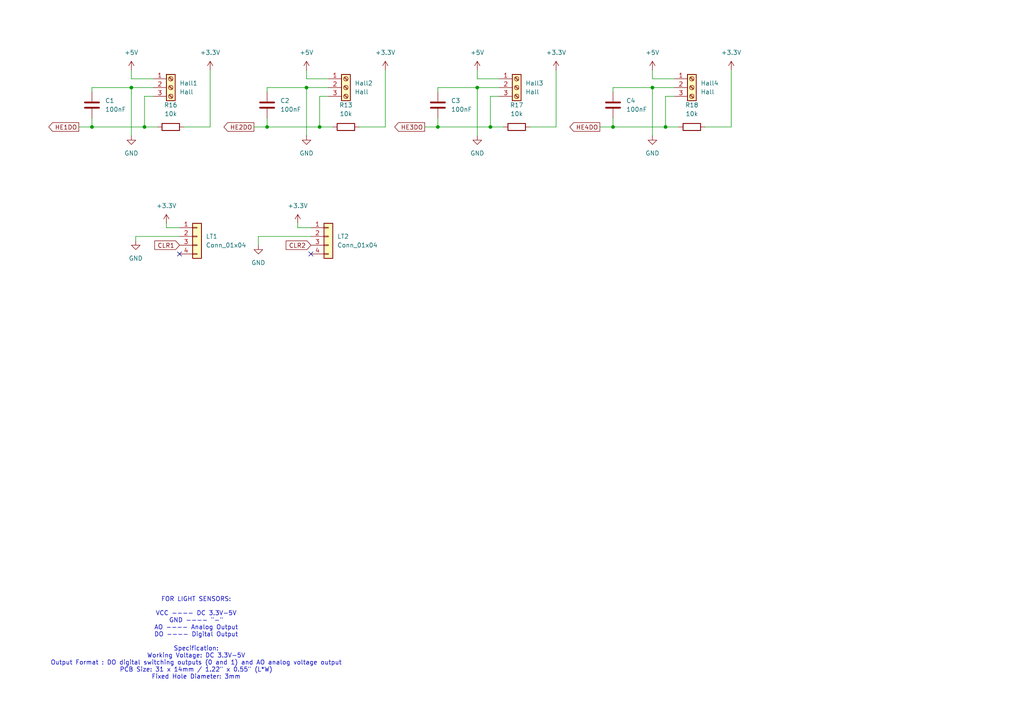
<source format=kicad_sch>
(kicad_sch (version 20231120) (generator "eeschema") (generator_version "8.0")
  (paper "A4")
  (lib_symbols
    (symbol "Conn_01x04_2" (pin_names (offset 1.016) hide)
      (property "Reference" "LGHT1" (at 2.54 0.0001 0))
      (property "Value" "Conn_01x04" (at 2.54 -2.5399 0))
      (symbol "Conn_01x04_2_1_1"
        (rectangle (start -1.27 -4.953) (end 0 -5.207) (stroke (width 0.1524)))
        (rectangle (start -1.27 -2.413) (end 0 -2.667) (stroke (width 0.1524)))
        (rectangle (start -1.27 0.127) (end 0 -0.127) (stroke (width 0.1524)))
        (rectangle (start -1.27 2.667) (end 0 2.413) (stroke (width 0.1524)))
        (rectangle (start -1.27 3.81) (end 1.27 -6.35) (stroke (width 0.254)) (fill (type background)))
        (pin input line (at -5.08 2.54 0) (length 3.81) (name "VCC") (number "1"))
        (pin input line (at -5.08 0 0) (length 3.81) (name "GND") (number "2"))
        (pin passive line (at -5.08 -2.54 0) (length 3.81) (name "AO") (number "3"))
        (pin passive line (at -5.08 -5.08 0) (length 3.81) (name "DO") (number "4"))
      )
    )
    (symbol "Connector:Screw_Terminal_01x03" (pin_names (offset 1.016) hide)
      (property "Reference" "J" (at 0 5.08 0))
      (property "Value" "Screw_Terminal_01x03" (at 0 -5.08 0))
      (symbol "Screw_Terminal_01x03_1_1"
        (rectangle (start -1.27 3.81) (end 1.27 -3.81) (stroke (width 0.254)) (fill (type background)))
        (circle (center 0 -2.54) (radius 0.635) (stroke (width 0.1524)))
        (polyline (pts (xy -0.5334 -2.2098) (xy 0.3302 -3.048)) (stroke (width 0.1524)))
        (polyline (pts (xy -0.5334 0.3302) (xy 0.3302 -0.508)) (stroke (width 0.1524)))
        (polyline (pts (xy -0.5334 2.8702) (xy 0.3302 2.032)) (stroke (width 0.1524)))
        (polyline (pts (xy -0.3556 -2.032) (xy 0.508 -2.8702)) (stroke (width 0.1524)))
        (polyline (pts (xy -0.3556 0.508) (xy 0.508 -0.3302)) (stroke (width 0.1524)))
        (polyline (pts (xy -0.3556 3.048) (xy 0.508 2.2098)) (stroke (width 0.1524)))
        (circle (center 0 0) (radius 0.635) (stroke (width 0.1524)))
        (circle (center 0 2.54) (radius 0.635) (stroke (width 0.1524)))
        (pin passive line (at -5.08 2.54 0) (length 3.81) (name "Pin_1") (number "1"))
        (pin passive line (at -5.08 0 0) (length 3.81) (name "Pin_2") (number "2"))
        (pin passive line (at -5.08 -2.54 0) (length 3.81) (name "Pin_3") (number "3"))
      )
    )
    (symbol "Device:C" (pin_numbers hide) (pin_names (offset 0.254))
      (property "Reference" "C" (at 0.635 2.54 0))
      (property "Value" "C" (at 0.635 -2.54 0))
      (symbol "C_0_1"
        (polyline (pts (xy -2.032 -0.762) (xy 2.032 -0.762)) (stroke (width 0.508)))
        (polyline (pts (xy -2.032 0.762) (xy 2.032 0.762)) (stroke (width 0.508)))
      )
      (symbol "C_1_1"
        (pin passive line (at 0 3.81 270) (length 2.794) (name "~") (number "1"))
        (pin passive line (at 0 -3.81 90) (length 2.794) (name "~") (number "2"))
      )
    )
    (symbol "Device:R" (pin_numbers hide) (pin_names (offset 0))
      (property "Reference" "R" (at 2.032 0 90))
      (property "Value" "R" (at 0 0 90))
      (symbol "R_0_1"
        (rectangle (start -1.016 -2.54) (end 1.016 2.54) (stroke (width 0.254)))
      )
      (symbol "R_1_1"
        (pin passive line (at 0 3.81 270) (length 1.27) (name "~") (number "1"))
        (pin passive line (at 0 -3.81 90) (length 1.27) (name "~") (number "2"))
      )
    )
    (symbol "power:+3.3V" (power) (pin_numbers hide) (pin_names (offset 0) hide)
      (property "Value" "+3.3V" (at 0 3.556 0))
      (symbol "+3.3V_0_1"
        (polyline (pts (xy -0.762 1.27) (xy 0 2.54)))
        (polyline (pts (xy 0 0) (xy 0 2.54)))
        (polyline (pts (xy 0 2.54) (xy 0.762 1.27)))
      )
      (symbol "+3.3V_1_1"
        (pin power_in line (at 0 0 90) (length 0) (name "~") (number "1"))
      )
    )
    (symbol "power:+5C" (power) (pin_numbers hide) (pin_names (offset 0) hide)
      (property "Value" "+5C" (at 0 3.556 0))
      (symbol "+5C_0_1"
        (polyline (pts (xy -0.762 1.27) (xy 0 2.54)))
        (polyline (pts (xy 0 0) (xy 0 2.54)))
        (polyline (pts (xy 0 2.54) (xy 0.762 1.27)))
      )
      (symbol "+5C_1_1"
        (pin power_in line (at 0 0 90) (length 0) (name "~") (number "1"))
      )
    )
    (symbol "power:GND" (power) (pin_numbers hide) (pin_names (offset 0) hide)
      (property "Value" "GND" (at 0 -3.81 0))
      (symbol "GND_0_1"
        (polyline (pts (xy 0 0) (xy 0 -1.27) (xy 1.27 -1.27) (xy 0 -2.54) (xy -1.27 -1.27) (xy 0 -1.27)))
      )
      (symbol "GND_1_1"
        (pin power_in line (at 0 0 270) (length 0) (name "~") (number "1"))
      )
    )
  )
  (junction (at 77.47 36.83))
  (junction (at 26.67 36.83))
  (junction (at 193.04 36.83))
  (junction (at 38.1 25.4))
  (junction (at 127 36.83))
  (junction (at 92.71 36.83))
  (junction (at 41.91 36.83))
  (junction (at 142.24 36.83))
  (junction (at 189.23 25.4))
  (junction (at 177.8 36.83))
  (junction (at 138.43 25.4))
  (junction (at 88.9 25.4))
  (no_connect (at 90.17 73.66))
  (no_connect (at 52.07 73.66))
  (wire (pts (xy 104.14 36.83) (xy 111.76 36.83)))
  (wire (pts (xy 161.29 36.83) (xy 161.29 20.32)))
  (wire (pts (xy 45.72 36.83) (xy 41.91 36.83)))
  (wire (pts (xy 142.24 27.94) (xy 142.24 36.83)))
  (wire (pts (xy 142.24 36.83) (xy 127 36.83)))
  (wire (pts (xy 111.76 36.83) (xy 111.76 20.32)))
  (wire (pts (xy 86.36 66.04) (xy 90.17 66.04)))
  (wire (pts (xy 96.52 36.83) (xy 92.71 36.83)))
  (wire (pts (xy 193.04 36.83) (xy 177.8 36.83)))
  (wire (pts (xy 195.58 27.94) (xy 193.04 27.94)))
  (wire (pts (xy 60.96 36.83) (xy 60.96 20.32)))
  (wire (pts (xy 86.36 64.77) (xy 86.36 66.04)))
  (wire (pts (xy 26.67 25.4) (xy 26.67 26.67)))
  (wire (pts (xy 44.45 25.4) (xy 38.1 25.4)))
  (wire (pts (xy 38.1 20.32) (xy 38.1 22.86)))
  (wire (pts (xy 77.47 25.4) (xy 77.47 26.67)))
  (wire (pts (xy 48.26 64.77) (xy 48.26 66.04)))
  (wire (pts (xy 146.05 36.83) (xy 142.24 36.83)))
  (wire (pts (xy 177.8 25.4) (xy 177.8 26.67)))
  (wire (pts (xy 52.07 68.58) (xy 39.37 68.58)))
  (wire (pts (xy 196.85 36.83) (xy 193.04 36.83)))
  (wire (pts (xy 92.71 27.94) (xy 92.71 36.83)))
  (wire (pts (xy 41.91 27.94) (xy 41.91 36.83)))
  (wire (pts (xy 138.43 25.4) (xy 127 25.4)))
  (wire (pts (xy 95.25 27.94) (xy 92.71 27.94)))
  (wire (pts (xy 95.25 25.4) (xy 88.9 25.4)))
  (wire (pts (xy 88.9 25.4) (xy 77.47 25.4)))
  (wire (pts (xy 144.78 27.94) (xy 142.24 27.94)))
  (wire (pts (xy 39.37 68.58) (xy 39.37 69.85)))
  (wire (pts (xy 38.1 22.86) (xy 44.45 22.86)))
  (wire (pts (xy 127 25.4) (xy 127 26.67)))
  (wire (pts (xy 44.45 27.94) (xy 41.91 27.94)))
  (wire (pts (xy 138.43 25.4) (xy 138.43 39.37)))
  (wire (pts (xy 38.1 25.4) (xy 26.67 25.4)))
  (wire (pts (xy 212.09 36.83) (xy 212.09 20.32)))
  (wire (pts (xy 138.43 20.32) (xy 138.43 22.86)))
  (wire (pts (xy 22.86 36.83) (xy 26.67 36.83)))
  (wire (pts (xy 138.43 22.86) (xy 144.78 22.86)))
  (wire (pts (xy 193.04 27.94) (xy 193.04 36.83)))
  (wire (pts (xy 195.58 25.4) (xy 189.23 25.4)))
  (wire (pts (xy 41.91 36.83) (xy 26.67 36.83)))
  (wire (pts (xy 189.23 25.4) (xy 177.8 25.4)))
  (wire (pts (xy 189.23 22.86) (xy 195.58 22.86)))
  (wire (pts (xy 92.71 36.83) (xy 77.47 36.83)))
  (wire (pts (xy 173.99 36.83) (xy 177.8 36.83)))
  (wire (pts (xy 26.67 34.29) (xy 26.67 36.83)))
  (wire (pts (xy 127 34.29) (xy 127 36.83)))
  (wire (pts (xy 48.26 66.04) (xy 52.07 66.04)))
  (wire (pts (xy 77.47 34.29) (xy 77.47 36.83)))
  (wire (pts (xy 189.23 25.4) (xy 189.23 39.37)))
  (wire (pts (xy 177.8 34.29) (xy 177.8 36.83)))
  (wire (pts (xy 73.66 36.83) (xy 77.47 36.83)))
  (wire (pts (xy 153.67 36.83) (xy 161.29 36.83)))
  (wire (pts (xy 90.17 68.58) (xy 74.93 68.58)))
  (wire (pts (xy 53.34 36.83) (xy 60.96 36.83)))
  (wire (pts (xy 88.9 22.86) (xy 95.25 22.86)))
  (wire (pts (xy 204.47 36.83) (xy 212.09 36.83)))
  (wire (pts (xy 189.23 20.32) (xy 189.23 22.86)))
  (wire (pts (xy 74.93 68.58) (xy 74.93 71.12)))
  (wire (pts (xy 123.19 36.83) (xy 127 36.83)))
  (wire (pts (xy 88.9 25.4) (xy 88.9 39.37)))
  (wire (pts (xy 88.9 20.32) (xy 88.9 22.86)))
  (wire (pts (xy 38.1 25.4) (xy 38.1 39.37)))
  (wire (pts (xy 144.78 25.4) (xy 138.43 25.4)))
  (text "SENSOR checklist:\nDONE\n\n" (at 24.384 -4.064 0) (effects (font (size 1.27 1.27))))
  (text "FOR LIGHT SENSORS:\n\nVCC ---- DC 3.3V-5V\nGND ---- \"-\"\nAO ---- Analog Output\nDO ---- Digital Output\n\nSpecification:\nWorking Voltage: DC 3.3V-5V\nOutput Format : DO digital switching outputs (0 and 1) and AO analog voltage output\nPCB Size: 31 x 14mm / 1.22\" x 0.55\" (L*W)\nFixed Hole Diameter: 3mm\n" (at 56.896 185.166 0) (effects (font (size 1.27 1.27))))
  (global_label "HE4DO" (shape output) (at 173.99 36.83 180) (property "Intersheetrefs" "${INTERSHEET_REFS}" (effects (hide yes))))
  (global_label "HE3DO" (shape output) (at 123.19 36.83 180) (property "Intersheetrefs" "${INTERSHEET_REFS}" (effects (hide yes))))
  (global_label "CLR2" (shape input) (at 90.17 71.12 180) (property "Intersheetrefs" "${INTERSHEET_REFS}" (effects (hide yes))))
  (global_label "CLR1" (shape input) (at 52.07 71.12 180) (property "Intersheetrefs" "${INTERSHEET_REFS}" (effects (hide yes))))
  (global_label "HE1DO" (shape output) (at 22.86 36.83 180) (property "Intersheetrefs" "${INTERSHEET_REFS}" (effects (hide yes))))
  (global_label "HE2DO" (shape output) (at 73.66 36.83 180) (property "Intersheetrefs" "${INTERSHEET_REFS}" (effects (hide yes))))
  (symbol (lib_id "power:+3.3V") (at 86.36 64.77 0) (unit 1)
    (property "Reference" "#PWR024" (effects (hide yes)))
    (property "Value" "+3.3V" (at 86.36 59.69 0))
    (property "Description" "Power symbol creates a global label with name \"+3.3V\"" (effects (hide yes)))
  )
  (symbol (lib_id "Device:C") (at 26.67 30.48 0) (unit 1)
    (property "Reference" "C1" (at 30.48 29.2099 0) (effects (justify left)))
    (property "Value" "100nF" (at 30.48 31.7499 0) (effects (justify left)))
    (property "Footprint" "Capacitor_SMD:C_0603_1608Metric" (effects (hide yes)))
    (property "Description" "Unpolarized capacitor" (effects (hide yes)))
  )
  (symbol (lib_id "Connector:Screw_Terminal_01x03") (at 49.53 25.4 0) (unit 1)
    (property "Reference" "Hall1" (at 52.07 24.1299 0) (effects (justify left)))
    (property "Value" "Hall" (at 52.07 26.6699 0) (effects (justify left)))
    (property "Footprint" "TerminalBlock:TerminalBlock_Xinya_XY308-2.54-3P_1x03_P2.54mm_Horizontal" (effects (hide yes)))
    (property "Description" "Generic screw terminal, single row, 01x03, script generated (kicad-library-utils/schlib/autogen/connector/)" (effects (hide yes)))
  )
  (symbol (lib_id "power:+3.3V") (at 48.26 64.77 0) (unit 1)
    (property "Reference" "#PWR023" (effects (hide yes)))
    (property "Value" "+3.3V" (at 48.26 59.69 0))
    (property "Description" "Power symbol creates a global label with name \"+3.3V\"" (effects (hide yes)))
  )
  (symbol (lib_id "power:+3.3V") (at 111.76 20.32 0) (unit 1)
    (property "Reference" "#PWR016" (effects (hide yes)))
    (property "Value" "+3.3V" (at 111.76 15.24 0))
    (property "Description" "Power symbol creates a global label with name \"+3.3V\"" (effects (hide yes)))
  )
  (symbol (lib_id "power:GND") (at 189.23 39.37 0) (unit 1)
    (property "Reference" "#PWR021" (effects (hide yes)))
    (property "Value" "GND" (at 189.23 44.45 0))
    (property "Description" "Power symbol creates a global label with name \"GND\" , ground" (effects (hide yes)))
  )
  (symbol (lib_id "power:+3.3V") (at 212.09 20.32 0) (unit 1)
    (property "Reference" "#PWR022" (effects (hide yes)))
    (property "Value" "+3.3V" (at 212.09 15.24 0))
    (property "Description" "Power symbol creates a global label with name \"+3.3V\"" (effects (hide yes)))
  )
  (symbol (lib_id "power:GND") (at 88.9 39.37 0) (unit 1)
    (property "Reference" "#PWR015" (effects (hide yes)))
    (property "Value" "GND" (at 88.9 44.45 0))
    (property "Description" "Power symbol creates a global label with name \"GND\" , ground" (effects (hide yes)))
  )
  (symbol (lib_id "power:+5C") (at 189.23 20.32 0) (unit 1)
    (property "Reference" "#PWR020" (effects (hide yes)))
    (property "Value" "+5V" (at 189.23 15.24 0))
    (property "Description" "Power symbol creates a global label with name \"+5C\"" (effects (hide yes)))
  )
  (symbol (lib_id "power:+3.3V") (at 161.29 20.32 0) (unit 1)
    (property "Reference" "#PWR019" (effects (hide yes)))
    (property "Value" "+3.3V" (at 161.29 15.24 0))
    (property "Description" "Power symbol creates a global label with name \"+3.3V\"" (effects (hide yes)))
  )
  (symbol (lib_id "Device:C") (at 77.47 30.48 0) (unit 1)
    (property "Reference" "C2" (at 81.28 29.2099 0) (effects (justify left)))
    (property "Value" "100nF" (at 81.28 31.7499 0) (effects (justify left)))
    (property "Footprint" "Capacitor_SMD:C_0603_1608Metric" (effects (hide yes)))
    (property "Description" "Unpolarized capacitor" (effects (hide yes)))
  )
  (symbol (lib_id "Device:R") (at 49.53 36.83 90) (unit 1)
    (property "Reference" "R16" (at 49.53 30.48 90))
    (property "Value" "10k" (at 49.53 33.02 90))
    (property "Footprint" "Resistor_SMD:R_0603_1608Metric" (effects (hide yes)))
    (property "Description" "Resistor" (effects (hide yes)))
  )
  (symbol (lib_id "power:GND") (at 138.43 39.37 0) (unit 1)
    (property "Reference" "#PWR018" (effects (hide yes)))
    (property "Value" "GND" (at 138.43 44.45 0))
    (property "Description" "Power symbol creates a global label with name \"GND\" , ground" (effects (hide yes)))
  )
  (symbol (lib_id "Device:C") (at 127 30.48 0) (unit 1)
    (property "Reference" "C3" (at 130.81 29.2099 0) (effects (justify left)))
    (property "Value" "100nF" (at 130.81 31.7499 0) (effects (justify left)))
    (property "Footprint" "Capacitor_SMD:C_0603_1608Metric" (effects (hide yes)))
    (property "Description" "Unpolarized capacitor" (effects (hide yes)))
  )
  (symbol (lib_name "Conn_01x04_2") (lib_id "Connector_Generic:Conn_01x04") (at 57.15 68.58 0) (unit 1)
    (property "Reference" "LT1" (at 59.69 68.5799 0) (effects (justify left)))
    (property "Value" "Conn_01x04" (at 59.69 71.1199 0) (effects (justify left)))
    (property "Footprint" "Connector_PinHeader_2.54mm:PinHeader_1x04_P2.54mm_Vertical" (effects (hide yes)))
    (property "Description" "Generic connector, single row, 01x04, script generated (kicad-library-utils/schlib/autogen/connector/)" (effects (hide yes)))
  )
  (symbol (lib_id "Device:R") (at 200.66 36.83 90) (unit 1)
    (property "Reference" "R18" (at 200.66 30.48 90))
    (property "Value" "10k" (at 200.66 33.02 90))
    (property "Footprint" "Resistor_SMD:R_0603_1608Metric" (effects (hide yes)))
    (property "Description" "Resistor" (effects (hide yes)))
  )
  (symbol (lib_id "power:+3.3V") (at 60.96 20.32 0) (unit 1)
    (property "Reference" "#PWR051" (effects (hide yes)))
    (property "Value" "+3.3V" (at 60.96 15.24 0))
    (property "Description" "Power symbol creates a global label with name \"+3.3V\"" (effects (hide yes)))
  )
  (symbol (lib_id "Device:C") (at 177.8 30.48 0) (unit 1)
    (property "Reference" "C4" (at 181.61 29.2099 0) (effects (justify left)))
    (property "Value" "100nF" (at 181.61 31.7499 0) (effects (justify left)))
    (property "Footprint" "Capacitor_SMD:C_0603_1608Metric" (effects (hide yes)))
    (property "Description" "Unpolarized capacitor" (effects (hide yes)))
  )
  (symbol (lib_id "Connector:Screw_Terminal_01x03") (at 100.33 25.4 0) (unit 1)
    (property "Reference" "Hall2" (at 102.87 24.1299 0) (effects (justify left)))
    (property "Value" "Hall" (at 102.87 26.6699 0) (effects (justify left)))
    (property "Footprint" "TerminalBlock:TerminalBlock_Xinya_XY308-2.54-3P_1x03_P2.54mm_Horizontal" (effects (hide yes)))
    (property "Description" "Generic screw terminal, single row, 01x03, script generated (kicad-library-utils/schlib/autogen/connector/)" (effects (hide yes)))
  )
  (symbol (lib_name "Conn_01x04_2") (lib_id "Connector_Generic:Conn_01x04") (at 95.25 68.58 0) (unit 1)
    (property "Reference" "LT2" (at 97.79 68.5799 0) (effects (justify left)))
    (property "Value" "Conn_01x04" (at 97.79 71.1199 0) (effects (justify left)))
    (property "Footprint" "Connector_PinHeader_2.54mm:PinHeader_1x04_P2.54mm_Vertical" (effects (hide yes)))
    (property "Description" "Generic connector, single row, 01x04, script generated (kicad-library-utils/schlib/autogen/connector/)" (effects (hide yes)))
  )
  (symbol (lib_id "power:GND") (at 74.93 71.12 0) (unit 1)
    (property "Reference" "#PWR060" (effects (hide yes)))
    (property "Value" "GND" (at 74.93 76.2 0))
    (property "Description" "Power symbol creates a global label with name \"GND\" , ground" (effects (hide yes)))
  )
  (symbol (lib_id "Device:R") (at 149.86 36.83 90) (unit 1)
    (property "Reference" "R17" (at 149.86 30.48 90))
    (property "Value" "10k" (at 149.86 33.02 90))
    (property "Footprint" "Resistor_SMD:R_0603_1608Metric" (effects (hide yes)))
    (property "Description" "Resistor" (effects (hide yes)))
  )
  (symbol (lib_id "power:+5C") (at 88.9 20.32 0) (unit 1)
    (property "Reference" "#PWR014" (effects (hide yes)))
    (property "Value" "+5V" (at 88.9 15.24 0))
    (property "Description" "Power symbol creates a global label with name \"+5C\"" (effects (hide yes)))
  )
  (symbol (lib_id "power:GND") (at 38.1 39.37 0) (unit 1)
    (property "Reference" "#PWR050" (effects (hide yes)))
    (property "Value" "GND" (at 38.1 44.45 0))
    (property "Description" "Power symbol creates a global label with name \"GND\" , ground" (effects (hide yes)))
  )
  (symbol (lib_id "power:GND") (at 39.37 69.85 0) (unit 1)
    (property "Reference" "#PWR059" (effects (hide yes)))
    (property "Value" "GND" (at 39.37 74.93 0))
    (property "Description" "Power symbol creates a global label with name \"GND\" , ground" (effects (hide yes)))
  )
  (symbol (lib_id "Device:R") (at 100.33 36.83 90) (unit 1)
    (property "Reference" "R13" (at 100.33 30.48 90))
    (property "Value" "10k" (at 100.33 33.02 90))
    (property "Footprint" "Resistor_SMD:R_0603_1608Metric" (effects (hide yes)))
    (property "Description" "Resistor" (effects (hide yes)))
  )
  (symbol (lib_id "power:+5C") (at 38.1 20.32 0) (unit 1)
    (property "Reference" "#PWR049" (effects (hide yes)))
    (property "Value" "+5V" (at 38.1 15.24 0))
    (property "Description" "Power symbol creates a global label with name \"+5C\"" (effects (hide yes)))
  )
  (symbol (lib_id "power:+5C") (at 138.43 20.32 0) (unit 1)
    (property "Reference" "#PWR017" (effects (hide yes)))
    (property "Value" "+5V" (at 138.43 15.24 0))
    (property "Description" "Power symbol creates a global label with name \"+5C\"" (effects (hide yes)))
  )
  (symbol (lib_id "Connector:Screw_Terminal_01x03") (at 149.86 25.4 0) (unit 1)
    (property "Reference" "Hall3" (at 152.4 24.1299 0) (effects (justify left)))
    (property "Value" "Hall" (at 152.4 26.6699 0) (effects (justify left)))
    (property "Footprint" "TerminalBlock:TerminalBlock_Xinya_XY308-2.54-3P_1x03_P2.54mm_Horizontal" (effects (hide yes)))
    (property "Description" "Generic screw terminal, single row, 01x03, script generated (kicad-library-utils/schlib/autogen/connector/)" (effects (hide yes)))
  )
  (symbol (lib_id "Connector:Screw_Terminal_01x03") (at 200.66 25.4 0) (unit 1)
    (property "Reference" "Hall4" (at 203.2 24.1299 0) (effects (justify left)))
    (property "Value" "Hall" (at 203.2 26.6699 0) (effects (justify left)))
    (property "Footprint" "TerminalBlock:TerminalBlock_Xinya_XY308-2.54-3P_1x03_P2.54mm_Horizontal" (effects (hide yes)))
    (property "Description" "Generic screw terminal, single row, 01x03, script generated (kicad-library-utils/schlib/autogen/connector/)" (effects (hide yes)))
  )
)
</source>
